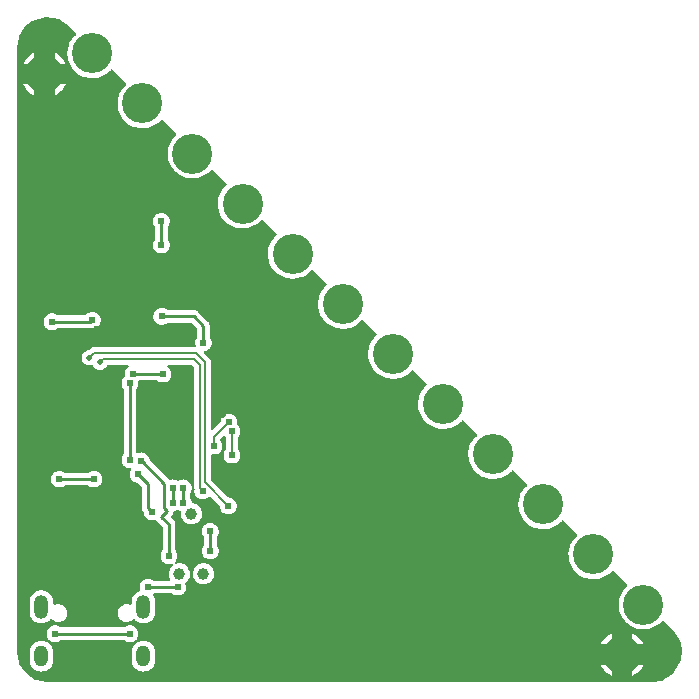
<source format=gbl>
G04 Layer: BottomLayer*
G04 EasyEDA v6.5.34, 2023-08-29 15:51:40*
G04 c19b9e491f004e949dcb7f38ecc8bf32,24d7ea87aaaa49e9b18beb810eddf566,10*
G04 Gerber Generator version 0.2*
G04 Scale: 100 percent, Rotated: No, Reflected: No *
G04 Dimensions in millimeters *
G04 leading zeros omitted , absolute positions ,4 integer and 5 decimal *
%FSLAX45Y45*%
%MOMM*%

%ADD10C,0.2540*%
%ADD11C,0.2000*%
%ADD12C,3.4000*%
%ADD13O,1.1999976X1.7999964*%
%ADD14O,1.1999976X1.9999959999999999*%
%ADD15C,0.9906*%
%ADD16C,3.2000*%
%ADD17C,0.6096*%
%ADD18C,0.5080*%
%ADD19C,0.5000*%
%ADD20C,0.0123*%

%LPD*%
G36*
X-691845Y-2066391D02*
G01*
X-693877Y-2066188D01*
X-793699Y-2045970D01*
X-797407Y-2044446D01*
X-875842Y-1991410D01*
X-878484Y-1988718D01*
X-931570Y-1910283D01*
X-933094Y-1906625D01*
X-953262Y-1806752D01*
X-953516Y-1804720D01*
X-953516Y3307435D01*
X-937666Y3400044D01*
X-936498Y3403447D01*
X-894080Y3476193D01*
X-891692Y3478936D01*
X-825042Y3532936D01*
X-821436Y3534816D01*
X-706069Y3567937D01*
X-703681Y3568344D01*
X-701243Y3568141D01*
X-590397Y3546195D01*
X-586486Y3544519D01*
X-512216Y3491839D01*
X-510895Y3490722D01*
X-452221Y3431997D01*
X-450037Y3428593D01*
X-449224Y3424580D01*
X-450138Y3420618D01*
X-452577Y3417315D01*
X-462330Y3408476D01*
X-475792Y3393694D01*
X-487730Y3377641D01*
X-498144Y3360521D01*
X-506933Y3342538D01*
X-513994Y3323742D01*
X-519125Y3304387D01*
X-522427Y3284626D01*
X-523849Y3264662D01*
X-523392Y3244646D01*
X-521004Y3224733D01*
X-516737Y3205175D01*
X-510692Y3186074D01*
X-502818Y3167684D01*
X-493166Y3150108D01*
X-481939Y3133496D01*
X-469188Y3118053D01*
X-455015Y3103880D01*
X-439572Y3091129D01*
X-422960Y3079902D01*
X-405384Y3070301D01*
X-387045Y3062427D01*
X-367944Y3056331D01*
X-348386Y3052064D01*
X-328472Y3049676D01*
X-308457Y3049219D01*
X-288442Y3050641D01*
X-268732Y3053943D01*
X-249377Y3059125D01*
X-230530Y3066135D01*
X-212598Y3074924D01*
X-195478Y3085338D01*
X-179425Y3097326D01*
X-164642Y3110788D01*
X-155752Y3120491D01*
X-152501Y3122879D01*
X-148539Y3123793D01*
X-144475Y3123082D01*
X-141071Y3120847D01*
X-28041Y3007715D01*
X-25704Y3004312D01*
X-25044Y3000298D01*
X-25958Y2996336D01*
X-28295Y2993034D01*
X-37998Y2984246D01*
X-51511Y2969412D01*
X-63550Y2953359D01*
X-73964Y2936290D01*
X-82702Y2918256D01*
X-89662Y2899460D01*
X-94894Y2880156D01*
X-98145Y2860395D01*
X-99568Y2840380D01*
X-99110Y2820365D01*
X-96774Y2800502D01*
X-92506Y2780893D01*
X-86360Y2761843D01*
X-78486Y2743403D01*
X-68935Y2725826D01*
X-57708Y2709265D01*
X-44907Y2693771D01*
X-30733Y2679649D01*
X-15341Y2666898D01*
X1219Y2655620D01*
X18796Y2646070D01*
X37287Y2638145D01*
X56388Y2632049D01*
X75946Y2627782D01*
X95808Y2625445D01*
X115874Y2624937D01*
X135839Y2626360D01*
X155600Y2629712D01*
X174955Y2634894D01*
X193700Y2641904D01*
X211734Y2650642D01*
X228854Y2661056D01*
X244856Y2673045D01*
X259638Y2686558D01*
X268427Y2696210D01*
X271780Y2698597D01*
X275742Y2699512D01*
X279704Y2698800D01*
X283159Y2696565D01*
X396290Y2583484D01*
X398475Y2580030D01*
X399237Y2576017D01*
X398322Y2572054D01*
X395884Y2568752D01*
X386232Y2559964D01*
X372770Y2545130D01*
X360730Y2529128D01*
X350367Y2512009D01*
X341579Y2493975D01*
X334619Y2475230D01*
X329438Y2455875D01*
X326034Y2436114D01*
X324612Y2416149D01*
X325069Y2396134D01*
X327507Y2376220D01*
X331774Y2356662D01*
X337820Y2337562D01*
X345694Y2319172D01*
X355346Y2301544D01*
X366572Y2284984D01*
X379272Y2269540D01*
X393446Y2255367D01*
X408940Y2242616D01*
X425551Y2231390D01*
X443128Y2221788D01*
X461518Y2213914D01*
X480568Y2207818D01*
X500126Y2203551D01*
X520039Y2201164D01*
X540054Y2200706D01*
X560070Y2202129D01*
X579831Y2205431D01*
X599135Y2210612D01*
X617982Y2217623D01*
X636016Y2226360D01*
X653034Y2236825D01*
X669086Y2248814D01*
X683971Y2262276D01*
X692708Y2271928D01*
X695960Y2274316D01*
X700024Y2275230D01*
X704037Y2274519D01*
X707440Y2272284D01*
X820470Y2159203D01*
X822756Y2155748D01*
X823468Y2151735D01*
X822604Y2147773D01*
X820166Y2144471D01*
X810514Y2135733D01*
X797001Y2120900D01*
X785063Y2104847D01*
X774547Y2087727D01*
X765810Y2069744D01*
X758850Y2050948D01*
X753618Y2031593D01*
X750366Y2011832D01*
X748944Y1991868D01*
X749401Y1971852D01*
X751789Y1951939D01*
X756005Y1932381D01*
X762152Y1913280D01*
X770026Y1894890D01*
X779627Y1877314D01*
X790854Y1860702D01*
X803605Y1845259D01*
X817778Y1831086D01*
X833170Y1818335D01*
X849782Y1807108D01*
X867359Y1797507D01*
X885799Y1789633D01*
X904900Y1783537D01*
X924407Y1779270D01*
X944321Y1776882D01*
X964387Y1776425D01*
X984351Y1777847D01*
X1004112Y1781149D01*
X1023467Y1786382D01*
X1042212Y1793341D01*
X1060246Y1802130D01*
X1077366Y1812543D01*
X1093419Y1824532D01*
X1108202Y1837994D01*
X1116939Y1847646D01*
X1120292Y1850034D01*
X1124204Y1850948D01*
X1128268Y1850237D01*
X1131671Y1848002D01*
X1244701Y1734921D01*
X1246987Y1731518D01*
X1247749Y1727454D01*
X1246784Y1723491D01*
X1244396Y1720189D01*
X1234744Y1711452D01*
X1221333Y1696618D01*
X1209243Y1680565D01*
X1198880Y1663496D01*
X1190142Y1645462D01*
X1183132Y1626717D01*
X1177950Y1607362D01*
X1174648Y1587601D01*
X1173175Y1567586D01*
X1173632Y1547571D01*
X1176020Y1527708D01*
X1180287Y1508099D01*
X1186332Y1489049D01*
X1194257Y1470609D01*
X1203909Y1453032D01*
X1215136Y1436471D01*
X1227836Y1421028D01*
X1242009Y1406855D01*
X1257503Y1394104D01*
X1274064Y1382877D01*
X1291640Y1373276D01*
X1310030Y1365351D01*
X1329080Y1359255D01*
X1348689Y1354988D01*
X1368552Y1352651D01*
X1388618Y1352143D01*
X1408582Y1353566D01*
X1428394Y1356918D01*
X1447698Y1362100D01*
X1466494Y1369110D01*
X1484528Y1377848D01*
X1501648Y1388262D01*
X1517650Y1400302D01*
X1532483Y1413764D01*
X1541221Y1423365D01*
X1544523Y1425752D01*
X1548485Y1426667D01*
X1552448Y1425956D01*
X1555851Y1423720D01*
X1669034Y1310640D01*
X1671269Y1307236D01*
X1671980Y1303172D01*
X1671066Y1299210D01*
X1668678Y1295908D01*
X1659026Y1287170D01*
X1645564Y1272336D01*
X1633524Y1256334D01*
X1623110Y1239215D01*
X1614373Y1221181D01*
X1607362Y1202436D01*
X1602232Y1183081D01*
X1598828Y1163320D01*
X1597456Y1143355D01*
X1597914Y1123340D01*
X1600301Y1103426D01*
X1604518Y1083868D01*
X1610614Y1064768D01*
X1618538Y1046378D01*
X1628089Y1028801D01*
X1639316Y1012190D01*
X1652117Y996746D01*
X1666290Y982573D01*
X1681734Y969822D01*
X1698294Y958596D01*
X1715871Y948994D01*
X1734362Y941120D01*
X1753412Y935024D01*
X1772920Y930757D01*
X1792833Y928369D01*
X1812899Y927912D01*
X1832864Y929335D01*
X1852625Y932637D01*
X1871980Y937818D01*
X1890725Y944829D01*
X1908759Y953566D01*
X1925878Y964031D01*
X1941880Y976020D01*
X1956714Y989482D01*
X1965452Y999083D01*
X1968703Y1001471D01*
X1972716Y1002385D01*
X1976780Y1001674D01*
X1980184Y999439D01*
X2093214Y886358D01*
X2095500Y882954D01*
X2096160Y878941D01*
X2095296Y874928D01*
X2092909Y871626D01*
X2083257Y862939D01*
X2069846Y848106D01*
X2057857Y832053D01*
X2047392Y814933D01*
X2038604Y796950D01*
X2031644Y778154D01*
X2026462Y758799D01*
X2023160Y739089D01*
X2021687Y719074D01*
X2022144Y699058D01*
X2024532Y679145D01*
X2028850Y659587D01*
X2034946Y640537D01*
X2042769Y622096D01*
X2052421Y604520D01*
X2063648Y587908D01*
X2076348Y572465D01*
X2090521Y558292D01*
X2106015Y545541D01*
X2122576Y534314D01*
X2140153Y524713D01*
X2158542Y516839D01*
X2177694Y510743D01*
X2197201Y506476D01*
X2217166Y504088D01*
X2237130Y503631D01*
X2257094Y505053D01*
X2276906Y508406D01*
X2296210Y513588D01*
X2315006Y520547D01*
X2333040Y529336D01*
X2350160Y539750D01*
X2366162Y551738D01*
X2380996Y565251D01*
X2389733Y574802D01*
X2393035Y577189D01*
X2396998Y578154D01*
X2400960Y577392D01*
X2404364Y575157D01*
X2517444Y462076D01*
X2519680Y458673D01*
X2520492Y454659D01*
X2519578Y450646D01*
X2517089Y447344D01*
X2507589Y438658D01*
X2494076Y423824D01*
X2482037Y407822D01*
X2471623Y390702D01*
X2462885Y372668D01*
X2455875Y353923D01*
X2450744Y334568D01*
X2447340Y314807D01*
X2445969Y294843D01*
X2446426Y274777D01*
X2448814Y254914D01*
X2453030Y235305D01*
X2459126Y216255D01*
X2467102Y197815D01*
X2476703Y180238D01*
X2487930Y163677D01*
X2500630Y148234D01*
X2514803Y134061D01*
X2530246Y121310D01*
X2546807Y110083D01*
X2564384Y100482D01*
X2582875Y92557D01*
X2601925Y86461D01*
X2621534Y82245D01*
X2641396Y79857D01*
X2661412Y79349D01*
X2681376Y80822D01*
X2701137Y84124D01*
X2720543Y89306D01*
X2739237Y96316D01*
X2757271Y105054D01*
X2774391Y115468D01*
X2790393Y127508D01*
X2805226Y140970D01*
X2813964Y150571D01*
X2817266Y152958D01*
X2821228Y153873D01*
X2825292Y153162D01*
X2828696Y150876D01*
X2941726Y37795D01*
X2944012Y34391D01*
X2944723Y30378D01*
X2943809Y26416D01*
X2941421Y23114D01*
X2931769Y14376D01*
X2918307Y-406D01*
X2906369Y-16459D01*
X2895955Y-33578D01*
X2887116Y-51612D01*
X2880156Y-70358D01*
X2874975Y-89712D01*
X2871673Y-109474D01*
X2870200Y-129438D01*
X2870657Y-149453D01*
X2873044Y-169367D01*
X2877362Y-188925D01*
X2883458Y-208025D01*
X2891282Y-226415D01*
X2900934Y-243992D01*
X2912160Y-260604D01*
X2924860Y-276047D01*
X2939034Y-290220D01*
X2954477Y-302971D01*
X2971139Y-314198D01*
X2988716Y-323799D01*
X3007055Y-331673D01*
X3026206Y-337769D01*
X3045714Y-342036D01*
X3065678Y-344424D01*
X3085642Y-344881D01*
X3105607Y-343458D01*
X3125419Y-340156D01*
X3144723Y-334975D01*
X3163570Y-327964D01*
X3181553Y-319227D01*
X3198672Y-308762D01*
X3214674Y-296773D01*
X3229559Y-283311D01*
X3238296Y-273710D01*
X3241548Y-271272D01*
X3245510Y-270357D01*
X3249523Y-271068D01*
X3252927Y-273354D01*
X3366058Y-386435D01*
X3368344Y-389839D01*
X3369005Y-393852D01*
X3368090Y-397814D01*
X3365703Y-401116D01*
X3356101Y-409854D01*
X3342589Y-424688D01*
X3330600Y-440740D01*
X3320135Y-457809D01*
X3311398Y-475843D01*
X3304387Y-494639D01*
X3299256Y-513994D01*
X3295904Y-533704D01*
X3294532Y-553720D01*
X3294989Y-573735D01*
X3297326Y-593648D01*
X3301644Y-613206D01*
X3307689Y-632256D01*
X3315614Y-650697D01*
X3325215Y-668274D01*
X3336442Y-684885D01*
X3349193Y-700328D01*
X3363366Y-714502D01*
X3378758Y-727252D01*
X3395319Y-738479D01*
X3412998Y-748080D01*
X3431387Y-755954D01*
X3450437Y-762050D01*
X3470046Y-766318D01*
X3489909Y-768705D01*
X3509975Y-769162D01*
X3529939Y-767740D01*
X3549650Y-764387D01*
X3569055Y-759206D01*
X3587750Y-752246D01*
X3605784Y-743458D01*
X3622903Y-733044D01*
X3638905Y-721055D01*
X3653739Y-707542D01*
X3662578Y-697941D01*
X3665880Y-695502D01*
X3669842Y-694588D01*
X3673805Y-695299D01*
X3677208Y-697585D01*
X3790391Y-810666D01*
X3792626Y-814069D01*
X3793337Y-818083D01*
X3792423Y-822045D01*
X3790035Y-825347D01*
X3780383Y-834136D01*
X3766820Y-848969D01*
X3754882Y-864971D01*
X3744468Y-882091D01*
X3735730Y-900125D01*
X3728720Y-918870D01*
X3723487Y-938225D01*
X3720185Y-957986D01*
X3718712Y-977950D01*
X3719271Y-998016D01*
X3721557Y-1017879D01*
X3725875Y-1037437D01*
X3731971Y-1056538D01*
X3739896Y-1074978D01*
X3749446Y-1092555D01*
X3760673Y-1109116D01*
X3773474Y-1124559D01*
X3787546Y-1138732D01*
X3803091Y-1151483D01*
X3819651Y-1162710D01*
X3837228Y-1172311D01*
X3855669Y-1180185D01*
X3874719Y-1186281D01*
X3894277Y-1190548D01*
X3914190Y-1192936D01*
X3934155Y-1193444D01*
X3954221Y-1191971D01*
X3973982Y-1188669D01*
X3993235Y-1183487D01*
X4012082Y-1176477D01*
X4030116Y-1167739D01*
X4047185Y-1157325D01*
X4063187Y-1145286D01*
X4078071Y-1131824D01*
X4086809Y-1122172D01*
X4090162Y-1119733D01*
X4094073Y-1118819D01*
X4098137Y-1119581D01*
X4101541Y-1121816D01*
X4214672Y-1234897D01*
X4216857Y-1238300D01*
X4217619Y-1242314D01*
X4216654Y-1246276D01*
X4214266Y-1249578D01*
X4204614Y-1258417D01*
X4191101Y-1273200D01*
X4179112Y-1289253D01*
X4168749Y-1306372D01*
X4159910Y-1324356D01*
X4152900Y-1343152D01*
X4147769Y-1362506D01*
X4144416Y-1382268D01*
X4143044Y-1402232D01*
X4143501Y-1422247D01*
X4145889Y-1442161D01*
X4150156Y-1461719D01*
X4156201Y-1480820D01*
X4164126Y-1499209D01*
X4173677Y-1516786D01*
X4184904Y-1533398D01*
X4197705Y-1548841D01*
X4211878Y-1563014D01*
X4227271Y-1575765D01*
X4243933Y-1586992D01*
X4261510Y-1596593D01*
X4279900Y-1604467D01*
X4298950Y-1610563D01*
X4318558Y-1614830D01*
X4338421Y-1617218D01*
X4358487Y-1617675D01*
X4378452Y-1616252D01*
X4398162Y-1612950D01*
X4417568Y-1607769D01*
X4436364Y-1600758D01*
X4454296Y-1591970D01*
X4471416Y-1581556D01*
X4487519Y-1569567D01*
X4502251Y-1556105D01*
X4511090Y-1546402D01*
X4514392Y-1543964D01*
X4518355Y-1543050D01*
X4522419Y-1543812D01*
X4525822Y-1546047D01*
X4603648Y-1623822D01*
X4604766Y-1625142D01*
X4658156Y-1700377D01*
X4659630Y-1703679D01*
X4681169Y-1785112D01*
X4681423Y-1788820D01*
X4672228Y-1874012D01*
X4671009Y-1877872D01*
X4613046Y-1982927D01*
X4611573Y-1984908D01*
X4609744Y-1986483D01*
X4515764Y-2049221D01*
X4511802Y-2050796D01*
X4422089Y-2066239D01*
X4420362Y-2066391D01*
G37*

%LPC*%
G36*
X-899007Y3170072D02*
G01*
X-804672Y3170072D01*
X-804672Y3264408D01*
X-812850Y3260547D01*
X-829665Y3250387D01*
X-845464Y3238703D01*
X-860044Y3225495D01*
X-873252Y3210915D01*
X-884986Y3195116D01*
X-895096Y3178200D01*
G37*
G36*
X4084878Y-2011883D02*
G01*
X4084878Y-1917547D01*
X3990543Y-1917547D01*
X3994353Y-1925726D01*
X4004462Y-1942592D01*
X4016248Y-1958390D01*
X4029405Y-1972970D01*
X4044035Y-1986178D01*
X4059783Y-1997913D01*
X4076700Y-2008022D01*
G37*
G36*
X120091Y-1974596D02*
G01*
X133197Y-1973732D01*
X146151Y-1971141D01*
X158546Y-1966925D01*
X170332Y-1961134D01*
X181305Y-1953818D01*
X191211Y-1945132D01*
X199847Y-1935276D01*
X207162Y-1924354D01*
X212902Y-1912569D01*
X217170Y-1900123D01*
X219710Y-1887220D01*
X220573Y-1873757D01*
X220573Y-1814423D01*
X219710Y-1800961D01*
X217170Y-1788109D01*
X212902Y-1775663D01*
X207162Y-1763877D01*
X199847Y-1752904D01*
X191211Y-1743049D01*
X181305Y-1734362D01*
X170332Y-1727047D01*
X158546Y-1721256D01*
X146151Y-1717039D01*
X133197Y-1714449D01*
X120091Y-1713585D01*
X107035Y-1714449D01*
X94081Y-1717039D01*
X81686Y-1721256D01*
X69900Y-1727047D01*
X58928Y-1734362D01*
X49072Y-1743049D01*
X40335Y-1752904D01*
X33070Y-1763877D01*
X27228Y-1775663D01*
X23063Y-1788109D01*
X20472Y-1800961D01*
X19608Y-1814423D01*
X19608Y-1873757D01*
X20472Y-1887220D01*
X23063Y-1900123D01*
X27228Y-1912569D01*
X33070Y-1924354D01*
X40335Y-1935276D01*
X49072Y-1945132D01*
X58928Y-1953818D01*
X69900Y-1961134D01*
X81686Y-1966925D01*
X94081Y-1971141D01*
X107035Y-1973732D01*
G37*
G36*
X-743864Y-1974596D02*
G01*
X-730808Y-1973732D01*
X-717854Y-1971141D01*
X-705459Y-1966925D01*
X-693674Y-1961134D01*
X-682701Y-1953818D01*
X-672846Y-1945182D01*
X-664159Y-1935276D01*
X-656844Y-1924354D01*
X-651002Y-1912569D01*
X-646836Y-1900123D01*
X-644245Y-1887220D01*
X-643382Y-1873757D01*
X-643382Y-1814423D01*
X-644245Y-1800961D01*
X-646836Y-1788109D01*
X-651002Y-1775663D01*
X-656844Y-1763877D01*
X-664159Y-1752904D01*
X-672846Y-1743049D01*
X-682701Y-1734362D01*
X-693674Y-1727047D01*
X-705459Y-1721256D01*
X-717854Y-1717039D01*
X-730808Y-1714449D01*
X-743864Y-1713585D01*
X-756970Y-1714449D01*
X-769924Y-1717039D01*
X-782320Y-1721256D01*
X-794105Y-1727047D01*
X-805078Y-1734362D01*
X-814984Y-1743049D01*
X-823620Y-1752904D01*
X-830935Y-1763877D01*
X-836777Y-1775663D01*
X-840943Y-1788109D01*
X-843483Y-1800961D01*
X-844397Y-1814423D01*
X-844397Y-1873757D01*
X-843483Y-1887220D01*
X-840943Y-1900123D01*
X-836777Y-1912569D01*
X-830935Y-1924354D01*
X-823620Y-1935276D01*
X-814984Y-1945182D01*
X-805078Y-1953818D01*
X-794105Y-1961134D01*
X-782320Y-1966925D01*
X-769924Y-1971141D01*
X-756970Y-1973732D01*
G37*
G36*
X3990543Y-1744827D02*
G01*
X4084878Y-1744827D01*
X4084878Y-1650492D01*
X4076700Y-1654352D01*
X4059783Y-1664462D01*
X4044035Y-1676196D01*
X4029405Y-1689404D01*
X4016248Y-1703984D01*
X4004462Y-1719783D01*
X3994353Y-1736648D01*
G37*
G36*
X4257548Y-1744827D02*
G01*
X4351883Y-1744827D01*
X4348022Y-1736648D01*
X4337862Y-1719783D01*
X4326178Y-1703984D01*
X4312920Y-1689404D01*
X4298391Y-1676196D01*
X4282592Y-1664462D01*
X4265726Y-1654352D01*
X4257548Y-1650492D01*
G37*
G36*
X-629361Y-1724355D02*
G01*
X-618236Y-1723491D01*
X-607415Y-1720900D01*
X-597154Y-1716633D01*
X-587705Y-1710791D01*
X-585571Y-1709013D01*
X-582523Y-1707235D01*
X-579018Y-1706625D01*
X-44754Y-1706625D01*
X-41249Y-1707235D01*
X-38201Y-1709013D01*
X-36068Y-1710791D01*
X-26619Y-1716633D01*
X-16357Y-1720900D01*
X-5537Y-1723491D01*
X5638Y-1724355D01*
X16764Y-1723491D01*
X27584Y-1720900D01*
X37846Y-1716633D01*
X47294Y-1710791D01*
X55829Y-1703578D01*
X63042Y-1695094D01*
X68834Y-1685594D01*
X73101Y-1675333D01*
X75742Y-1664512D01*
X76555Y-1653387D01*
X75742Y-1642262D01*
X73101Y-1631442D01*
X68834Y-1621180D01*
X63042Y-1611680D01*
X55829Y-1603197D01*
X47294Y-1595983D01*
X37846Y-1590141D01*
X27584Y-1585874D01*
X16764Y-1583283D01*
X5638Y-1582420D01*
X-5537Y-1583283D01*
X-16357Y-1585874D01*
X-26619Y-1590141D01*
X-36068Y-1595983D01*
X-38201Y-1597761D01*
X-41249Y-1599539D01*
X-44754Y-1600200D01*
X-579018Y-1600200D01*
X-582523Y-1599539D01*
X-585571Y-1597761D01*
X-587705Y-1595983D01*
X-597154Y-1590141D01*
X-607415Y-1585874D01*
X-618236Y-1583283D01*
X-629361Y-1582420D01*
X-640537Y-1583283D01*
X-651357Y-1585874D01*
X-661619Y-1590141D01*
X-671068Y-1595983D01*
X-679602Y-1603197D01*
X-686816Y-1611680D01*
X-692607Y-1621180D01*
X-696874Y-1631442D01*
X-699516Y-1642262D01*
X-700328Y-1653387D01*
X-699516Y-1664512D01*
X-696874Y-1675333D01*
X-692607Y-1685594D01*
X-686816Y-1695094D01*
X-679602Y-1703578D01*
X-671068Y-1710791D01*
X-661619Y-1716633D01*
X-651357Y-1720900D01*
X-640537Y-1723491D01*
G37*
G36*
X-631901Y3170072D02*
G01*
X-537565Y3170072D01*
X-541477Y3178200D01*
X-551637Y3195116D01*
X-563321Y3210915D01*
X-576529Y3225495D01*
X-591108Y3238703D01*
X-606907Y3250387D01*
X-623824Y3260547D01*
X-631901Y3264408D01*
G37*
G36*
X-631901Y2903016D02*
G01*
X-623824Y2906877D01*
X-606907Y2916986D01*
X-591108Y2928721D01*
X-576529Y2941929D01*
X-563321Y2956509D01*
X-551637Y2972308D01*
X-541477Y2989173D01*
X-537565Y2997352D01*
X-631901Y2997352D01*
G37*
G36*
X-804672Y2903016D02*
G01*
X-804672Y2997352D01*
X-899007Y2997352D01*
X-895096Y2989173D01*
X-884986Y2972308D01*
X-873252Y2956509D01*
X-860044Y2941929D01*
X-845464Y2928721D01*
X-829665Y2916986D01*
X-812850Y2906877D01*
G37*
G36*
X-743864Y-1566570D02*
G01*
X-730808Y-1565706D01*
X-717854Y-1563166D01*
X-705459Y-1558950D01*
X-693674Y-1553108D01*
X-682701Y-1545844D01*
X-672846Y-1537157D01*
X-668934Y-1532788D01*
X-665632Y-1530248D01*
X-661619Y-1529283D01*
X-657504Y-1530096D01*
X-653999Y-1532432D01*
X-651154Y-1535430D01*
X-641959Y-1542440D01*
X-631799Y-1547977D01*
X-620928Y-1551889D01*
X-609498Y-1554073D01*
X-598017Y-1554530D01*
X-586486Y-1553210D01*
X-575360Y-1550111D01*
X-564845Y-1545386D01*
X-555142Y-1539138D01*
X-546455Y-1531416D01*
X-539140Y-1522526D01*
X-533196Y-1512570D01*
X-528878Y-1501851D01*
X-526338Y-1490624D01*
X-525373Y-1479092D01*
X-526338Y-1467561D01*
X-528878Y-1456334D01*
X-533196Y-1445615D01*
X-539140Y-1435658D01*
X-546455Y-1426768D01*
X-555142Y-1419047D01*
X-564845Y-1412798D01*
X-575360Y-1408074D01*
X-586486Y-1404975D01*
X-598017Y-1403654D01*
X-609498Y-1404112D01*
X-620928Y-1406296D01*
X-629818Y-1409496D01*
X-633628Y-1410106D01*
X-637336Y-1409192D01*
X-640588Y-1407007D01*
X-642620Y-1403756D01*
X-643382Y-1399946D01*
X-643382Y-1386433D01*
X-644245Y-1372971D01*
X-646836Y-1360068D01*
X-651002Y-1347622D01*
X-656844Y-1335836D01*
X-664159Y-1324914D01*
X-672846Y-1315059D01*
X-682701Y-1306372D01*
X-693674Y-1299057D01*
X-705459Y-1293266D01*
X-717854Y-1289050D01*
X-730808Y-1286459D01*
X-743864Y-1285595D01*
X-756970Y-1286459D01*
X-769924Y-1289050D01*
X-782320Y-1293266D01*
X-794105Y-1299057D01*
X-805078Y-1306372D01*
X-814984Y-1315059D01*
X-823620Y-1324914D01*
X-830935Y-1335836D01*
X-836777Y-1347622D01*
X-840943Y-1360068D01*
X-843483Y-1372971D01*
X-844397Y-1386433D01*
X-844397Y-1465783D01*
X-843483Y-1479194D01*
X-840943Y-1492097D01*
X-836777Y-1504543D01*
X-830935Y-1516329D01*
X-823620Y-1527251D01*
X-814984Y-1537157D01*
X-805078Y-1545844D01*
X-794105Y-1553108D01*
X-782320Y-1558950D01*
X-769924Y-1563166D01*
X-756970Y-1565706D01*
G37*
G36*
X120091Y-1566570D02*
G01*
X133197Y-1565706D01*
X146151Y-1563166D01*
X158546Y-1558950D01*
X170332Y-1553108D01*
X181305Y-1545844D01*
X191211Y-1537157D01*
X199847Y-1527251D01*
X207162Y-1516329D01*
X212902Y-1504543D01*
X217170Y-1492097D01*
X219710Y-1479194D01*
X220573Y-1465783D01*
X220573Y-1386433D01*
X219710Y-1372971D01*
X217170Y-1360068D01*
X212902Y-1347622D01*
X207162Y-1335836D01*
X202539Y-1329029D01*
X201015Y-1324965D01*
X201269Y-1320596D01*
X203301Y-1316786D01*
X206756Y-1314145D01*
X210972Y-1313230D01*
X359156Y-1313230D01*
X362661Y-1313840D01*
X365709Y-1315618D01*
X367741Y-1317396D01*
X377291Y-1323238D01*
X387604Y-1327505D01*
X398373Y-1330096D01*
X409549Y-1330960D01*
X420624Y-1330096D01*
X431444Y-1327505D01*
X441756Y-1323238D01*
X451205Y-1317396D01*
X459689Y-1310182D01*
X466902Y-1301699D01*
X472693Y-1292199D01*
X476961Y-1281938D01*
X479551Y-1271117D01*
X480415Y-1259992D01*
X479551Y-1248918D01*
X476961Y-1238046D01*
X473760Y-1230376D01*
X473049Y-1225956D01*
X474218Y-1221638D01*
X477164Y-1218234D01*
X482549Y-1214323D01*
X491642Y-1205636D01*
X499364Y-1195730D01*
X505663Y-1184859D01*
X510285Y-1173226D01*
X513334Y-1161034D01*
X514654Y-1148537D01*
X514197Y-1135989D01*
X512064Y-1123594D01*
X508203Y-1111656D01*
X502716Y-1100378D01*
X495604Y-1089964D01*
X487222Y-1080617D01*
X477621Y-1072540D01*
X467004Y-1065885D01*
X455472Y-1060805D01*
X443382Y-1057351D01*
X431038Y-1055573D01*
X418388Y-1055573D01*
X405993Y-1057351D01*
X395935Y-1060145D01*
X391617Y-1060399D01*
X387604Y-1058875D01*
X384657Y-1055827D01*
X383184Y-1051814D01*
X383387Y-1047546D01*
X385470Y-1043787D01*
X393242Y-1034694D01*
X399034Y-1025194D01*
X403250Y-1014933D01*
X405942Y-1004112D01*
X406755Y-992987D01*
X405942Y-981913D01*
X403250Y-971042D01*
X399034Y-960780D01*
X393242Y-951280D01*
X391464Y-949198D01*
X389636Y-946150D01*
X389077Y-942644D01*
X389077Y-726490D01*
X388772Y-721664D01*
X388162Y-717042D01*
X387197Y-712520D01*
X385775Y-708101D01*
X384048Y-703834D01*
X381863Y-699668D01*
X379374Y-695756D01*
X376529Y-692099D01*
X373329Y-688492D01*
X354787Y-669950D01*
X352501Y-666699D01*
X351790Y-662787D01*
X352501Y-658876D01*
X354787Y-655624D01*
X360426Y-649935D01*
X366623Y-642467D01*
X371348Y-634441D01*
X374446Y-625754D01*
X374904Y-623570D01*
X376275Y-619912D01*
X378917Y-617067D01*
X382524Y-615442D01*
X390194Y-613613D01*
X400507Y-609346D01*
X407466Y-605078D01*
X410921Y-603758D01*
X414578Y-603758D01*
X418033Y-605078D01*
X424992Y-609346D01*
X431546Y-612038D01*
X434441Y-613867D01*
X436524Y-616508D01*
X437692Y-619760D01*
X437591Y-623163D01*
X436829Y-627989D01*
X436372Y-640537D01*
X437692Y-653034D01*
X440740Y-665226D01*
X445363Y-676859D01*
X451662Y-687730D01*
X459384Y-697636D01*
X468477Y-706323D01*
X478586Y-713740D01*
X489661Y-719632D01*
X501497Y-723900D01*
X513740Y-726541D01*
X526338Y-727405D01*
X538886Y-726541D01*
X551129Y-723900D01*
X562965Y-719632D01*
X574040Y-713740D01*
X584149Y-706323D01*
X593242Y-697636D01*
X600964Y-687730D01*
X607263Y-676859D01*
X611886Y-665226D01*
X614934Y-653034D01*
X616254Y-640537D01*
X615797Y-627989D01*
X613664Y-615594D01*
X609803Y-603656D01*
X604316Y-592378D01*
X597204Y-581964D01*
X588822Y-572617D01*
X579221Y-564540D01*
X568604Y-557885D01*
X557072Y-552805D01*
X544982Y-549351D01*
X536295Y-548132D01*
X533095Y-547065D01*
X530301Y-545033D01*
X528421Y-542188D01*
X527608Y-538835D01*
X527304Y-534974D01*
X524713Y-524154D01*
X520446Y-513892D01*
X514604Y-504393D01*
X512826Y-502310D01*
X511048Y-499262D01*
X510387Y-495706D01*
X510387Y-469493D01*
X511048Y-465937D01*
X512826Y-462889D01*
X514604Y-460806D01*
X520446Y-451307D01*
X524713Y-441045D01*
X527304Y-430225D01*
X528167Y-419100D01*
X527304Y-407974D01*
X524713Y-397154D01*
X520446Y-386892D01*
X514604Y-377393D01*
X507339Y-368909D01*
X498957Y-361696D01*
X489407Y-355854D01*
X479094Y-351586D01*
X468274Y-348996D01*
X457250Y-348132D01*
X446125Y-348996D01*
X435305Y-351586D01*
X424992Y-355854D01*
X418033Y-360121D01*
X414578Y-361442D01*
X410921Y-361442D01*
X407466Y-360121D01*
X400507Y-355854D01*
X390194Y-351586D01*
X379374Y-348996D01*
X368350Y-348132D01*
X357225Y-348996D01*
X347522Y-351332D01*
X343966Y-351536D01*
X340563Y-350469D01*
X337667Y-348335D01*
X335229Y-345592D01*
X174599Y-185013D01*
X172872Y-182778D01*
X171856Y-180187D01*
X169113Y-168554D01*
X164846Y-158292D01*
X159004Y-148793D01*
X151739Y-140309D01*
X143357Y-133096D01*
X133807Y-127254D01*
X123494Y-122986D01*
X112674Y-120396D01*
X101650Y-119532D01*
X90525Y-120396D01*
X79705Y-122986D01*
X72898Y-125831D01*
X68986Y-126593D01*
X65125Y-125831D01*
X61772Y-123647D01*
X59639Y-120345D01*
X58826Y-116433D01*
X58826Y417118D01*
X59436Y420674D01*
X61264Y423722D01*
X63042Y425805D01*
X68834Y435305D01*
X73101Y445566D01*
X75742Y456387D01*
X76555Y467512D01*
X75590Y479501D01*
X76098Y483666D01*
X78282Y487222D01*
X81686Y489661D01*
X85750Y490474D01*
X234645Y490474D01*
X238150Y489864D01*
X241198Y488086D01*
X243332Y486308D01*
X252780Y480466D01*
X263042Y476199D01*
X273862Y473608D01*
X285038Y472744D01*
X296164Y473608D01*
X306984Y476199D01*
X317246Y480466D01*
X326694Y486308D01*
X335229Y493522D01*
X342442Y502005D01*
X348234Y511505D01*
X352501Y521766D01*
X355142Y532587D01*
X355955Y543712D01*
X355142Y554837D01*
X352501Y565658D01*
X348234Y575919D01*
X342442Y585419D01*
X335229Y593902D01*
X326339Y601370D01*
X323138Y604418D01*
X321614Y608431D01*
X321818Y612800D01*
X323900Y616661D01*
X327406Y619252D01*
X331571Y620217D01*
X526592Y620217D01*
X530504Y619404D01*
X533755Y617220D01*
X548995Y601980D01*
X551230Y598678D01*
X552043Y594766D01*
X552043Y-424383D01*
X552399Y-432104D01*
X551332Y-444550D01*
X552196Y-455625D01*
X554786Y-466445D01*
X559054Y-476707D01*
X564896Y-486206D01*
X572160Y-494690D01*
X580542Y-501904D01*
X590092Y-507746D01*
X600405Y-512013D01*
X611225Y-514604D01*
X622350Y-515467D01*
X633374Y-514604D01*
X644194Y-512013D01*
X654507Y-507746D01*
X664057Y-501904D01*
X676706Y-491083D01*
X680669Y-490067D01*
X684784Y-490728D01*
X688340Y-493014D01*
X764641Y-569366D01*
X766622Y-572312D01*
X767588Y-575767D01*
X768096Y-582625D01*
X770686Y-593445D01*
X774954Y-603707D01*
X780796Y-613206D01*
X788060Y-621690D01*
X796442Y-628904D01*
X805992Y-634746D01*
X816305Y-639013D01*
X827125Y-641604D01*
X838149Y-642467D01*
X849274Y-641604D01*
X860094Y-639013D01*
X870407Y-634746D01*
X879957Y-628904D01*
X888339Y-621690D01*
X895603Y-613206D01*
X901446Y-603707D01*
X905713Y-593445D01*
X908303Y-582625D01*
X909167Y-571500D01*
X908303Y-560374D01*
X905713Y-549554D01*
X901446Y-539292D01*
X895603Y-529793D01*
X888339Y-521309D01*
X879957Y-514096D01*
X870407Y-508254D01*
X860094Y-503986D01*
X849274Y-501396D01*
X842416Y-500888D01*
X838962Y-499973D01*
X836015Y-497941D01*
X694131Y-355955D01*
X691896Y-352653D01*
X691083Y-348792D01*
X691083Y-145338D01*
X691794Y-141782D01*
X693674Y-138633D01*
X696569Y-136398D01*
X700024Y-135280D01*
X703630Y-135483D01*
X705662Y-135991D01*
X716838Y-136855D01*
X727964Y-135991D01*
X738784Y-133400D01*
X749046Y-129133D01*
X758494Y-123291D01*
X767029Y-116078D01*
X774242Y-107594D01*
X780034Y-98094D01*
X784301Y-87833D01*
X786942Y-77012D01*
X787755Y-65887D01*
X786942Y-54762D01*
X784301Y-43942D01*
X780034Y-33680D01*
X774242Y-24180D01*
X770940Y-20269D01*
X769061Y-17018D01*
X768502Y-13309D01*
X769264Y-9601D01*
X771448Y-6502D01*
X797407Y19456D01*
X800811Y21691D01*
X804926Y22402D01*
X808990Y21386D01*
X812241Y18846D01*
X816305Y14173D01*
X818032Y11074D01*
X818743Y7569D01*
X818743Y-88544D01*
X818032Y-92049D01*
X816305Y-95148D01*
X811784Y-100380D01*
X805992Y-109880D01*
X801725Y-120142D01*
X799084Y-130962D01*
X798271Y-142087D01*
X799084Y-153212D01*
X801725Y-164033D01*
X805992Y-174294D01*
X811784Y-183794D01*
X818997Y-192278D01*
X827532Y-199491D01*
X836980Y-205333D01*
X847242Y-209600D01*
X858062Y-212191D01*
X869238Y-213055D01*
X880364Y-212191D01*
X891184Y-209600D01*
X901446Y-205333D01*
X910894Y-199491D01*
X919429Y-192278D01*
X926642Y-183794D01*
X932434Y-174294D01*
X936752Y-164033D01*
X939342Y-153212D01*
X940155Y-142087D01*
X939342Y-130962D01*
X936752Y-120142D01*
X932434Y-109880D01*
X926642Y-100380D01*
X922121Y-95148D01*
X920394Y-92049D01*
X919683Y-88544D01*
X919683Y7569D01*
X920394Y11074D01*
X922121Y14173D01*
X926642Y19405D01*
X932434Y28905D01*
X936752Y39166D01*
X939342Y49987D01*
X940155Y61112D01*
X939342Y72237D01*
X936752Y83058D01*
X932434Y93319D01*
X926642Y102819D01*
X919429Y111302D01*
X916584Y113690D01*
X914247Y116535D01*
X913130Y120091D01*
X913282Y123748D01*
X913942Y126187D01*
X914755Y137312D01*
X913942Y148437D01*
X911301Y159258D01*
X907034Y169519D01*
X901242Y179019D01*
X894029Y187502D01*
X885494Y194716D01*
X876046Y200558D01*
X865784Y204825D01*
X854964Y207416D01*
X843838Y208279D01*
X832662Y207416D01*
X821842Y204825D01*
X811580Y200558D01*
X802132Y194716D01*
X793597Y187502D01*
X786384Y179019D01*
X780592Y169519D01*
X776325Y159258D01*
X773684Y148437D01*
X773176Y141579D01*
X772312Y138125D01*
X770229Y135178D01*
X708507Y73406D01*
X705154Y71221D01*
X701243Y70408D01*
X697382Y71221D01*
X694131Y73406D01*
X691896Y76708D01*
X691083Y80568D01*
X691083Y645109D01*
X690930Y649732D01*
X690372Y654100D01*
X689406Y658368D01*
X688035Y662584D01*
X686409Y666648D01*
X684377Y670560D01*
X681990Y674268D01*
X679297Y677773D01*
X676198Y681177D01*
X634136Y723239D01*
X631850Y726846D01*
X631190Y731062D01*
X632307Y735177D01*
X635101Y738428D01*
X638962Y740308D01*
X649884Y742899D01*
X660146Y747166D01*
X669594Y753008D01*
X678129Y760222D01*
X685342Y768705D01*
X691134Y778205D01*
X695401Y788466D01*
X698042Y799287D01*
X698855Y810412D01*
X698042Y821537D01*
X695401Y832358D01*
X691134Y842619D01*
X685342Y852119D01*
X683564Y854202D01*
X681736Y857250D01*
X681177Y860806D01*
X681177Y949909D01*
X680872Y954836D01*
X680262Y959358D01*
X679246Y963980D01*
X677875Y968298D01*
X676097Y972667D01*
X673963Y976731D01*
X671423Y980694D01*
X668629Y984300D01*
X665327Y987958D01*
X582371Y1070711D01*
X578764Y1073912D01*
X575056Y1076807D01*
X571246Y1079246D01*
X566978Y1081430D01*
X562813Y1083157D01*
X558241Y1084580D01*
X553821Y1085545D01*
X549198Y1086154D01*
X544372Y1086358D01*
X325424Y1086358D01*
X321919Y1087018D01*
X318820Y1088796D01*
X316636Y1090726D01*
X307086Y1096518D01*
X296824Y1100785D01*
X286004Y1103376D01*
X274878Y1104239D01*
X263804Y1103376D01*
X252933Y1100785D01*
X242671Y1096518D01*
X233222Y1090726D01*
X224739Y1083462D01*
X217525Y1075029D01*
X211683Y1065530D01*
X207365Y1055217D01*
X204825Y1044397D01*
X203911Y1033271D01*
X204825Y1022197D01*
X207365Y1011377D01*
X211683Y1001064D01*
X217525Y991565D01*
X224739Y983132D01*
X233222Y975868D01*
X242671Y970076D01*
X252933Y965809D01*
X263804Y963218D01*
X274878Y962355D01*
X286004Y963218D01*
X296824Y965809D01*
X307086Y970076D01*
X316636Y975868D01*
X318566Y977544D01*
X321614Y979322D01*
X325120Y979932D01*
X518414Y979932D01*
X522325Y979169D01*
X525627Y976985D01*
X571754Y931011D01*
X573887Y927709D01*
X574700Y923798D01*
X574700Y860806D01*
X574090Y857250D01*
X572262Y854202D01*
X570484Y852119D01*
X564692Y842619D01*
X560425Y832358D01*
X557784Y821537D01*
X556971Y810412D01*
X557784Y799287D01*
X560425Y788466D01*
X561441Y786079D01*
X562152Y782167D01*
X561441Y778306D01*
X559206Y775004D01*
X555955Y772820D01*
X552043Y772007D01*
X-299008Y772007D01*
X-303580Y771804D01*
X-307949Y771245D01*
X-312267Y770280D01*
X-316433Y768959D01*
X-320548Y767283D01*
X-324459Y765251D01*
X-328117Y762863D01*
X-331622Y760222D01*
X-341274Y750874D01*
X-344068Y748893D01*
X-347218Y747928D01*
X-350418Y747572D01*
X-360527Y744626D01*
X-370027Y740105D01*
X-378714Y734110D01*
X-386283Y726846D01*
X-392582Y718413D01*
X-397510Y709066D01*
X-400862Y699058D01*
X-402590Y688695D01*
X-402590Y678129D01*
X-400862Y667766D01*
X-397510Y657758D01*
X-392582Y648411D01*
X-386283Y639978D01*
X-378714Y632714D01*
X-370027Y626719D01*
X-360527Y622198D01*
X-350418Y619252D01*
X-339902Y617982D01*
X-329438Y618388D01*
X-315468Y621131D01*
X-311861Y620471D01*
X-308813Y618591D01*
X-306527Y615696D01*
X-303682Y610311D01*
X-297383Y601878D01*
X-289814Y594614D01*
X-281127Y588619D01*
X-271627Y584098D01*
X-261518Y581152D01*
X-251002Y579882D01*
X-240538Y580288D01*
X-230174Y582422D01*
X-220268Y586130D01*
X-211226Y591413D01*
X-202996Y598068D01*
X-196088Y605993D01*
X-190042Y615492D01*
X-187807Y617982D01*
X-184810Y619607D01*
X-181457Y620217D01*
X-15544Y620217D01*
X-11379Y619252D01*
X-7873Y616661D01*
X-5791Y612800D01*
X-5588Y608431D01*
X-7112Y604418D01*
X-10668Y601116D01*
X-19202Y593902D01*
X-26416Y585419D01*
X-32207Y575919D01*
X-36474Y565658D01*
X-39116Y554837D01*
X-39928Y543712D01*
X-39116Y532587D01*
X-38455Y530148D01*
X-38303Y526491D01*
X-39420Y522935D01*
X-41757Y520090D01*
X-44602Y517702D01*
X-51816Y509219D01*
X-57607Y499719D01*
X-61874Y489458D01*
X-64516Y478637D01*
X-65328Y467512D01*
X-64516Y456387D01*
X-61874Y445566D01*
X-57607Y435305D01*
X-51816Y425805D01*
X-50038Y423722D01*
X-48209Y420674D01*
X-47599Y417118D01*
X-47599Y-129794D01*
X-48209Y-133350D01*
X-50038Y-136398D01*
X-51816Y-138480D01*
X-57607Y-147980D01*
X-61874Y-158242D01*
X-64516Y-169062D01*
X-65328Y-180187D01*
X-64516Y-191312D01*
X-61874Y-202133D01*
X-57607Y-212394D01*
X-51816Y-221894D01*
X-44602Y-230378D01*
X-36068Y-237591D01*
X-26619Y-243433D01*
X-16357Y-247700D01*
X-5537Y-250291D01*
X5638Y-251155D01*
X7264Y-251002D01*
X11633Y-251663D01*
X15392Y-254101D01*
X17678Y-257860D01*
X18186Y-262280D01*
X16764Y-266446D01*
X12954Y-272592D01*
X8686Y-282854D01*
X6096Y-293674D01*
X5232Y-304800D01*
X6096Y-315925D01*
X8686Y-326745D01*
X12954Y-337007D01*
X18796Y-346506D01*
X26060Y-354990D01*
X34442Y-362204D01*
X43992Y-368046D01*
X54305Y-372313D01*
X65125Y-374904D01*
X67716Y-375107D01*
X71170Y-376021D01*
X74066Y-378053D01*
X101854Y-405739D01*
X103987Y-409041D01*
X104800Y-412953D01*
X104800Y-586384D01*
X105054Y-591210D01*
X105664Y-595833D01*
X106629Y-600354D01*
X108051Y-604774D01*
X109778Y-609092D01*
X111963Y-613206D01*
X114452Y-617118D01*
X117195Y-620725D01*
X123037Y-626872D01*
X124917Y-629767D01*
X125780Y-633069D01*
X125983Y-635812D01*
X128625Y-646633D01*
X132892Y-656894D01*
X138684Y-666394D01*
X145897Y-674878D01*
X154432Y-682091D01*
X163880Y-687933D01*
X174142Y-692200D01*
X184962Y-694791D01*
X196138Y-695655D01*
X207213Y-694791D01*
X218440Y-691997D01*
X222554Y-691235D01*
X226771Y-692251D01*
X230124Y-694893D01*
X235000Y-700735D01*
X279654Y-745337D01*
X281787Y-748639D01*
X282600Y-752551D01*
X282600Y-942594D01*
X281990Y-946150D01*
X280162Y-949198D01*
X278384Y-951280D01*
X272592Y-960780D01*
X268325Y-971042D01*
X265684Y-981913D01*
X264871Y-992987D01*
X265684Y-1004112D01*
X268325Y-1014933D01*
X272592Y-1025194D01*
X278384Y-1034694D01*
X285597Y-1043178D01*
X294132Y-1050391D01*
X303580Y-1056233D01*
X313842Y-1060500D01*
X324662Y-1063091D01*
X335838Y-1063955D01*
X346913Y-1063091D01*
X355701Y-1060958D01*
X360172Y-1060907D01*
X364185Y-1062837D01*
X367080Y-1066292D01*
X368147Y-1070660D01*
X367233Y-1075080D01*
X364591Y-1078636D01*
X362204Y-1080617D01*
X353822Y-1089964D01*
X346710Y-1100378D01*
X341223Y-1111656D01*
X337362Y-1123594D01*
X335229Y-1135989D01*
X334772Y-1148537D01*
X336092Y-1161034D01*
X339140Y-1173226D01*
X343763Y-1184859D01*
X347624Y-1191564D01*
X348996Y-1195578D01*
X348538Y-1199743D01*
X346456Y-1203401D01*
X343001Y-1205890D01*
X338836Y-1206804D01*
X208737Y-1206804D01*
X205232Y-1206144D01*
X202133Y-1204366D01*
X199694Y-1202283D01*
X190246Y-1196441D01*
X179984Y-1192225D01*
X169113Y-1189583D01*
X158038Y-1188720D01*
X146862Y-1189583D01*
X136042Y-1192225D01*
X125780Y-1196441D01*
X116332Y-1202283D01*
X107797Y-1209497D01*
X100584Y-1217980D01*
X94792Y-1227480D01*
X90525Y-1237742D01*
X87884Y-1248613D01*
X87071Y-1259687D01*
X87884Y-1270812D01*
X90271Y-1280566D01*
X90474Y-1284325D01*
X89255Y-1287881D01*
X86868Y-1290726D01*
X83667Y-1292555D01*
X81686Y-1293266D01*
X69900Y-1299057D01*
X58928Y-1306372D01*
X49072Y-1315059D01*
X40335Y-1324914D01*
X33070Y-1335836D01*
X27228Y-1347622D01*
X23063Y-1360068D01*
X20472Y-1372971D01*
X19608Y-1386433D01*
X19608Y-1399946D01*
X18796Y-1403908D01*
X16510Y-1407210D01*
X13157Y-1409395D01*
X9194Y-1410106D01*
X5232Y-1409242D01*
X2641Y-1408074D01*
X-8534Y-1404975D01*
X-19964Y-1403654D01*
X-31495Y-1404112D01*
X-42875Y-1406296D01*
X-53797Y-1410208D01*
X-63906Y-1415745D01*
X-73101Y-1422755D01*
X-81127Y-1431086D01*
X-87731Y-1440535D01*
X-92913Y-1450898D01*
X-96418Y-1461871D01*
X-98145Y-1473301D01*
X-98145Y-1484884D01*
X-96418Y-1496314D01*
X-92913Y-1507286D01*
X-87731Y-1517650D01*
X-81127Y-1527098D01*
X-73101Y-1535430D01*
X-63906Y-1542440D01*
X-53797Y-1547977D01*
X-42875Y-1551889D01*
X-31495Y-1554073D01*
X-19964Y-1554530D01*
X-8534Y-1553210D01*
X2641Y-1550111D01*
X13157Y-1545386D01*
X22860Y-1539138D01*
X30937Y-1531975D01*
X34340Y-1529943D01*
X38303Y-1529435D01*
X42164Y-1530451D01*
X45262Y-1532890D01*
X49072Y-1537157D01*
X58928Y-1545844D01*
X69900Y-1553108D01*
X81686Y-1558950D01*
X94081Y-1563166D01*
X107035Y-1565706D01*
G37*
G36*
X272338Y1564944D02*
G01*
X283464Y1565808D01*
X294284Y1568399D01*
X304546Y1572666D01*
X313994Y1578508D01*
X322529Y1585722D01*
X329742Y1594205D01*
X335534Y1603705D01*
X339801Y1613966D01*
X342442Y1624787D01*
X343255Y1635912D01*
X342442Y1647037D01*
X339801Y1657857D01*
X335534Y1668119D01*
X329742Y1677619D01*
X327964Y1679702D01*
X326136Y1682750D01*
X325526Y1686306D01*
X325526Y1788718D01*
X326136Y1792274D01*
X327964Y1795322D01*
X329742Y1797405D01*
X335534Y1806905D01*
X339801Y1817166D01*
X342442Y1827987D01*
X343255Y1839112D01*
X342442Y1850237D01*
X339801Y1861057D01*
X335534Y1871319D01*
X329742Y1880819D01*
X322529Y1889302D01*
X313994Y1896516D01*
X304546Y1902358D01*
X294284Y1906625D01*
X283464Y1909216D01*
X272338Y1910080D01*
X261162Y1909216D01*
X250342Y1906625D01*
X240080Y1902358D01*
X230632Y1896516D01*
X222097Y1889302D01*
X214884Y1880819D01*
X209092Y1871319D01*
X204825Y1861057D01*
X202184Y1850237D01*
X201371Y1839112D01*
X202184Y1827987D01*
X204825Y1817166D01*
X209092Y1806905D01*
X214884Y1797405D01*
X216662Y1795322D01*
X218490Y1792274D01*
X219100Y1788718D01*
X219100Y1686306D01*
X218490Y1682750D01*
X216662Y1679702D01*
X214884Y1677619D01*
X209092Y1668119D01*
X204825Y1657857D01*
X202184Y1647037D01*
X201371Y1635912D01*
X202184Y1624787D01*
X204825Y1613966D01*
X209092Y1603705D01*
X214884Y1594205D01*
X222097Y1585722D01*
X230632Y1578508D01*
X240080Y1572666D01*
X250342Y1568399D01*
X261162Y1565808D01*
G37*
G36*
X-654761Y917244D02*
G01*
X-643636Y918108D01*
X-632815Y920699D01*
X-622554Y924966D01*
X-613105Y930808D01*
X-610971Y932586D01*
X-607923Y934364D01*
X-604418Y934974D01*
X-339648Y934974D01*
X-335788Y934212D01*
X-333857Y933399D01*
X-323037Y930808D01*
X-311861Y929944D01*
X-300736Y930808D01*
X-289915Y933399D01*
X-279654Y937666D01*
X-270205Y943508D01*
X-261670Y950721D01*
X-254457Y959205D01*
X-248666Y968705D01*
X-244398Y978966D01*
X-241757Y989787D01*
X-240944Y1000912D01*
X-241757Y1012037D01*
X-244398Y1022858D01*
X-248666Y1033119D01*
X-254457Y1042619D01*
X-261670Y1051102D01*
X-270205Y1058316D01*
X-279654Y1064158D01*
X-289915Y1068425D01*
X-300736Y1071016D01*
X-311861Y1071880D01*
X-323037Y1071016D01*
X-333857Y1068425D01*
X-344119Y1064158D01*
X-353568Y1058316D01*
X-362102Y1051102D01*
X-367233Y1045006D01*
X-370789Y1042365D01*
X-374954Y1041400D01*
X-604418Y1041400D01*
X-607923Y1042060D01*
X-610971Y1043838D01*
X-613105Y1045616D01*
X-622554Y1051458D01*
X-632815Y1055725D01*
X-643636Y1058316D01*
X-654761Y1059180D01*
X-665937Y1058316D01*
X-676757Y1055725D01*
X-687019Y1051458D01*
X-696468Y1045616D01*
X-705002Y1038402D01*
X-712216Y1029919D01*
X-718007Y1020419D01*
X-722274Y1010158D01*
X-724916Y999337D01*
X-725728Y988212D01*
X-724916Y977087D01*
X-722274Y966266D01*
X-718007Y956005D01*
X-712216Y946505D01*
X-705002Y938021D01*
X-696468Y930808D01*
X-687019Y924966D01*
X-676757Y920699D01*
X-665937Y918108D01*
G37*
G36*
X4257548Y-2011883D02*
G01*
X4265726Y-2008022D01*
X4282592Y-1997913D01*
X4298391Y-1986178D01*
X4312920Y-1972970D01*
X4326178Y-1958390D01*
X4337862Y-1942592D01*
X4348022Y-1925726D01*
X4351883Y-1917547D01*
X4257548Y-1917547D01*
G37*
G36*
X-591261Y-416255D02*
G01*
X-580136Y-415391D01*
X-569315Y-412800D01*
X-559054Y-408533D01*
X-549605Y-402691D01*
X-547471Y-400913D01*
X-544423Y-399135D01*
X-540918Y-398526D01*
X-349554Y-398526D01*
X-346049Y-399135D01*
X-343001Y-400913D01*
X-340868Y-402691D01*
X-331419Y-408533D01*
X-321157Y-412800D01*
X-310337Y-415391D01*
X-299161Y-416255D01*
X-288036Y-415391D01*
X-277215Y-412800D01*
X-266954Y-408533D01*
X-257505Y-402691D01*
X-248970Y-395478D01*
X-241757Y-386994D01*
X-235966Y-377494D01*
X-231698Y-367233D01*
X-229057Y-356412D01*
X-228244Y-345287D01*
X-229057Y-334162D01*
X-231698Y-323342D01*
X-235966Y-313080D01*
X-241757Y-303580D01*
X-248970Y-295097D01*
X-257505Y-287883D01*
X-266954Y-282041D01*
X-277215Y-277774D01*
X-288036Y-275183D01*
X-299161Y-274320D01*
X-310337Y-275183D01*
X-321157Y-277774D01*
X-331419Y-282041D01*
X-340868Y-287883D01*
X-343001Y-289661D01*
X-346049Y-291439D01*
X-349554Y-292100D01*
X-540918Y-292100D01*
X-544423Y-291439D01*
X-547471Y-289661D01*
X-549605Y-287883D01*
X-559054Y-282041D01*
X-569315Y-277774D01*
X-580136Y-275183D01*
X-591261Y-274320D01*
X-602437Y-275183D01*
X-613257Y-277774D01*
X-623519Y-282041D01*
X-632968Y-287883D01*
X-641502Y-295097D01*
X-648716Y-303580D01*
X-654507Y-313080D01*
X-658774Y-323342D01*
X-661416Y-334162D01*
X-662228Y-345287D01*
X-661416Y-356412D01*
X-658774Y-367233D01*
X-654507Y-377494D01*
X-648716Y-386994D01*
X-641502Y-395478D01*
X-632968Y-402691D01*
X-623519Y-408533D01*
X-613257Y-412800D01*
X-602437Y-415391D01*
G37*
G36*
X685749Y-1023467D02*
G01*
X696874Y-1022603D01*
X707694Y-1019962D01*
X718007Y-1015746D01*
X727557Y-1009903D01*
X735939Y-1002690D01*
X743204Y-994206D01*
X749046Y-984707D01*
X753313Y-974445D01*
X755904Y-963574D01*
X756767Y-952500D01*
X755904Y-941374D01*
X753313Y-930554D01*
X749046Y-920292D01*
X743204Y-910793D01*
X741426Y-908710D01*
X739648Y-905662D01*
X738987Y-902106D01*
X738987Y-837793D01*
X739648Y-834237D01*
X741426Y-831189D01*
X743204Y-829106D01*
X749046Y-819607D01*
X753313Y-809345D01*
X755904Y-798474D01*
X756767Y-787400D01*
X755904Y-776274D01*
X753313Y-765454D01*
X749046Y-755192D01*
X743204Y-745693D01*
X735939Y-737209D01*
X727557Y-729996D01*
X718007Y-724154D01*
X707694Y-719886D01*
X696874Y-717296D01*
X685749Y-716432D01*
X674725Y-717296D01*
X663905Y-719886D01*
X653592Y-724154D01*
X644042Y-729996D01*
X635660Y-737209D01*
X628396Y-745693D01*
X622554Y-755192D01*
X618286Y-765454D01*
X615696Y-776274D01*
X614832Y-787400D01*
X615696Y-798474D01*
X618286Y-809345D01*
X622554Y-819607D01*
X628396Y-829106D01*
X630174Y-831189D01*
X631952Y-834237D01*
X632612Y-837793D01*
X632612Y-902106D01*
X631952Y-905662D01*
X630174Y-908710D01*
X628396Y-910793D01*
X622554Y-920292D01*
X618286Y-930554D01*
X615696Y-941374D01*
X614832Y-952500D01*
X615696Y-963574D01*
X618286Y-974445D01*
X622554Y-984707D01*
X628396Y-994206D01*
X635660Y-1002690D01*
X644042Y-1009903D01*
X653592Y-1015746D01*
X663905Y-1019962D01*
X674725Y-1022603D01*
G37*
G36*
X627938Y-1235405D02*
G01*
X640486Y-1234541D01*
X652729Y-1231900D01*
X664565Y-1227632D01*
X675640Y-1221740D01*
X685749Y-1214323D01*
X694842Y-1205636D01*
X702564Y-1195730D01*
X708863Y-1184859D01*
X713486Y-1173226D01*
X716534Y-1161034D01*
X717854Y-1148537D01*
X717397Y-1135989D01*
X715264Y-1123594D01*
X711403Y-1111656D01*
X705916Y-1100378D01*
X698804Y-1089964D01*
X690422Y-1080617D01*
X680821Y-1072540D01*
X670204Y-1065885D01*
X658672Y-1060805D01*
X646582Y-1057351D01*
X634238Y-1055573D01*
X621588Y-1055573D01*
X609244Y-1057351D01*
X597154Y-1060805D01*
X585622Y-1065885D01*
X575005Y-1072540D01*
X565404Y-1080617D01*
X557022Y-1089964D01*
X549910Y-1100378D01*
X544423Y-1111656D01*
X540562Y-1123594D01*
X538429Y-1135989D01*
X537972Y-1148537D01*
X539292Y-1161034D01*
X542340Y-1173226D01*
X546963Y-1184859D01*
X553262Y-1195730D01*
X560984Y-1205636D01*
X570077Y-1214323D01*
X580186Y-1221740D01*
X591261Y-1227632D01*
X603097Y-1231900D01*
X615340Y-1234541D01*
G37*

%LPD*%
D10*
X272310Y1635904D02*
G01*
X272310Y1839104D01*
D11*
X843813Y137312D02*
G01*
X716813Y10312D01*
X716813Y-65887D01*
X869213Y61112D02*
G01*
X869213Y-142087D01*
D10*
X-299186Y-345287D02*
G01*
X-591286Y-345287D01*
X5610Y-1653387D02*
G01*
X-629386Y-1653387D01*
X285013Y543712D02*
G01*
X31013Y543712D01*
X5610Y467507D02*
G01*
X5610Y-180192D01*
X-311886Y1000912D02*
G01*
X-324586Y988212D01*
X-654786Y988212D01*
X627913Y810412D02*
G01*
X627913Y950112D01*
X544601Y1033170D01*
X274853Y1033170D01*
D11*
X-248386Y645312D02*
G01*
X-222986Y670707D01*
X-197586Y670712D01*
X551713Y670712D01*
X602513Y619912D01*
X602513Y-424713D01*
X622300Y-444500D01*
X-337286Y683412D02*
G01*
X-299186Y721512D01*
X564413Y721512D01*
X640613Y645312D01*
X640613Y-373913D01*
X838200Y-571500D01*
D10*
X368300Y-546100D02*
G01*
X368300Y-419102D01*
X368302Y-419100D01*
X101600Y-190500D02*
G01*
X104820Y-190500D01*
X297713Y-383392D01*
X297713Y-586587D01*
X323113Y-611987D01*
X272313Y-662787D01*
X335813Y-726292D01*
X335813Y-992987D01*
X457202Y-419100D02*
G01*
X457200Y-419102D01*
X457200Y-546100D01*
X76225Y-304901D02*
G01*
X158013Y-386689D01*
X158013Y-586587D01*
X196113Y-624687D01*
X158013Y-1259687D02*
G01*
X158318Y-1259992D01*
X409498Y-1259992D01*
X685797Y-952497D02*
G01*
X685797Y-787397D01*
D12*
G01*
X2232126Y714070D03*
G01*
X1807870Y1138326D03*
G01*
X1383614Y1562607D03*
G01*
X959357Y1986864D03*
G01*
X535076Y2411120D03*
G01*
X2656408Y289813D03*
G01*
X3080664Y-134442D03*
G01*
X3504920Y-558723D03*
G01*
X3929176Y-982954D03*
G01*
X4353432Y-1407236D03*
G01*
X110820Y2835376D03*
G01*
X-313436Y3259658D03*
D13*
G01*
X-743889Y-1844090D03*
G01*
X120116Y-1844090D03*
D14*
G01*
X120116Y-1426082D03*
G01*
X-743889Y-1426082D03*
D15*
G01*
X627913Y-1145387D03*
G01*
X424713Y-1145387D03*
G01*
X526313Y-637387D03*
D16*
G01*
X4171213Y-1831187D03*
G01*
X-718286Y3083712D03*
D17*
G01*
X158013Y-1259687D03*
G01*
X-642086Y-1234287D03*
G01*
X285013Y543712D03*
G01*
X31013Y543712D03*
G01*
X5613Y467512D03*
G01*
X615213Y-1729587D03*
G01*
X101600Y-190500D03*
G01*
X-311886Y1000912D03*
G01*
X-654786Y988212D03*
G01*
X-642086Y645312D03*
G01*
X-350012Y149986D03*
G01*
X-819886Y349986D03*
G01*
X5613Y-180187D03*
G01*
X76200Y-304800D03*
G01*
X196113Y-624687D03*
G01*
X716813Y-65887D03*
G01*
X1186713Y-192887D03*
G01*
X1005712Y-176301D03*
G01*
X1034313Y1178712D03*
G01*
X-299186Y-345287D03*
G01*
X-591286Y-345287D03*
G01*
X5613Y-1653387D03*
G01*
X-629386Y-1653387D03*
G01*
X279400Y-190500D03*
G01*
X-845286Y-154787D03*
G01*
X285013Y1166012D03*
G01*
X285013Y1280312D03*
G01*
X-273177Y926211D03*
G01*
X-83286Y-688187D03*
G01*
X627913Y810412D03*
G01*
X274904Y1033297D03*
G01*
X869213Y61112D03*
G01*
X869213Y-142087D03*
G01*
X843813Y137312D03*
D18*
G01*
X793013Y200812D03*
G01*
X3650513Y-777087D03*
G01*
X508000Y-317500D03*
G01*
X965200Y-533400D03*
G01*
X1351813Y-2008987D03*
G01*
X1288313Y-383387D03*
G01*
X1504213Y-243687D03*
G01*
X1758213Y-116687D03*
G01*
X4107713Y-1208887D03*
G01*
X2837713Y-40487D03*
G01*
X2759405Y-220497D03*
G01*
X1990801Y617397D03*
G01*
X1593113Y1051712D03*
G01*
X1504213Y1356512D03*
G01*
X704113Y1724812D03*
G01*
X742213Y1267612D03*
G01*
X881913Y1254912D03*
G01*
X1085113Y1775612D03*
G01*
X-286486Y2804312D03*
G01*
X3269513Y-383387D03*
G01*
X-121386Y-2008987D03*
G01*
X1574800Y609600D03*
D17*
G01*
X2158619Y352907D03*
D18*
G01*
X1453007Y541909D03*
G01*
X1535861Y448360D03*
G01*
X1623110Y359206D03*
G01*
X2240813Y442112D03*
G01*
X1720113Y264312D03*
G01*
X2312085Y-31496D03*
G01*
X4501413Y-1589887D03*
G01*
X-921486Y-1691487D03*
G01*
X-800100Y-876300D03*
G01*
X-806399Y-1241094D03*
G01*
X-845286Y99212D03*
G01*
X-921486Y454812D03*
G01*
X-819886Y569112D03*
G01*
X272313Y200812D03*
G01*
X500913Y213512D03*
G01*
X335813Y2563012D03*
G01*
X-248386Y3007512D03*
G01*
X-286486Y1940712D03*
G01*
X31013Y1470812D03*
G01*
X3015513Y-459587D03*
G01*
X-69291Y3005099D03*
G01*
X-515086Y3426612D03*
G01*
X1828800Y-228600D03*
G01*
X869213Y1762912D03*
G01*
X1123213Y1267612D03*
G01*
X1313713Y962812D03*
D17*
G01*
X-426186Y-764387D03*
G01*
X-476986Y-992987D03*
G01*
X-184886Y-992987D03*
G01*
X1497101Y-1474088D03*
D18*
G01*
X1034313Y-1996287D03*
G01*
X2380513Y-472287D03*
D17*
G01*
X754913Y-1932787D03*
D18*
G01*
X526313Y-1107287D03*
G01*
X2006600Y-596900D03*
G01*
X234213Y-1704187D03*
G01*
X513613Y-1716887D03*
G01*
X-19786Y-1805787D03*
G01*
X43713Y-1234287D03*
G01*
X-248386Y-421487D03*
G01*
X-83286Y-586587D03*
G01*
X18313Y-865987D03*
G01*
X-698500Y-812800D03*
G01*
X-540486Y-916787D03*
G01*
X1504213Y-1678787D03*
G01*
X-591286Y-1780387D03*
G01*
X-629386Y-1970887D03*
D19*
G01*
X-337286Y683412D03*
D17*
G01*
X838200Y-571500D03*
D19*
G01*
X-248386Y645312D03*
D17*
G01*
X622300Y-444500D03*
D18*
G01*
X3104413Y-1399387D03*
G01*
X2044700Y-1816100D03*
G01*
X1123213Y1597812D03*
D17*
G01*
X272313Y1635912D03*
G01*
X272313Y1839112D03*
D18*
G01*
X-832586Y1039012D03*
G01*
X-648893Y1108786D03*
G01*
X-654786Y2093112D03*
G01*
X-913485Y1568703D03*
G01*
X-642086Y2766212D03*
G01*
X-908786Y2448712D03*
G01*
X94513Y1864512D03*
G01*
X3167913Y-777087D03*
G01*
X2621813Y-294487D03*
G01*
X2952013Y-1399387D03*
G01*
X3650513Y-967587D03*
G01*
X4095013Y-1386687D03*
G01*
X2507513Y-865987D03*
G01*
X1986813Y810412D03*
G01*
X1580413Y797712D03*
G01*
X1467891Y919784D03*
G01*
X1072413Y759612D03*
G01*
X2609113Y-484987D03*
G01*
X2781300Y-863600D03*
G01*
X2266213Y-891387D03*
G01*
X2507513Y-1145387D03*
G01*
X3467100Y-1054100D03*
G01*
X3314700Y-1651000D03*
G01*
X3993413Y-1958187D03*
G01*
X2202713Y-1399387D03*
G01*
X2456713Y429412D03*
G01*
X627913Y2156612D03*
G01*
X94513Y2588412D03*
G01*
X-146786Y2321712D03*
G01*
X-159486Y2575712D03*
G01*
X145313Y2283612D03*
G01*
X3891813Y-1399413D03*
G01*
X2997200Y-863600D03*
G01*
X386613Y2067712D03*
G01*
X-178688Y1279017D03*
D17*
G01*
X368300Y-546100D03*
G01*
X368300Y-419100D03*
G01*
X335813Y-992987D03*
G01*
X457200Y-419100D03*
G01*
X457200Y-546100D03*
G01*
X409498Y-1259992D03*
G01*
X685800Y-952500D03*
G01*
X685800Y-787400D03*
D18*
G01*
X1770303Y-1971903D03*
G01*
X1663700Y-863600D03*
G01*
X1384300Y-863600D03*
G01*
X1397000Y-584200D03*
G01*
X1663700Y-596900D03*
G01*
X2019300Y-1054100D03*
G01*
X2235200Y-1143000D03*
G01*
X2374900Y-1270000D03*
G01*
X2044700Y-1397000D03*
G01*
X2463800Y-1676400D03*
G01*
X2692400Y-1676400D03*
G01*
X2413000Y-1828800D03*
G01*
X2444394Y-2015997D03*
G01*
X2715285Y-2015997D03*
G01*
X2743200Y-1828800D03*
G01*
X2032000Y-2019300D03*
G01*
X2730500Y-1485900D03*
G01*
X2438400Y-1485900D03*
G01*
X3365500Y-1485900D03*
G01*
X3670300Y-1485900D03*
G01*
X3657600Y-1651000D03*
G01*
X3670300Y-1816100D03*
G01*
X3314700Y-1828800D03*
G01*
X-762000Y-304800D03*
G01*
X-762000Y-622300D03*
G01*
X698500Y977900D03*
G01*
X-723900Y1574800D03*
G01*
X-736600Y2451100D03*
G01*
X-927100Y965200D03*
G01*
X-12700Y1676400D03*
G01*
X2044700Y241300D03*
G01*
X2146300Y-152400D03*
G01*
X2692400Y-1320800D03*
G01*
X3365500Y-1282700D03*
G01*
X3695700Y-1295400D03*
G01*
X520700Y-1333500D03*
G01*
X1041400Y-1320800D03*
G01*
X787400Y-1257300D03*
G01*
X812800Y-1003300D03*
G01*
X850900Y-812800D03*
G01*
X2844800Y-1066800D03*
G01*
X3200400Y-1066800D03*
G01*
X2184400Y-546100D03*
G01*
X1259992Y699287D03*
G01*
X1360805Y611098D03*
M02*

</source>
